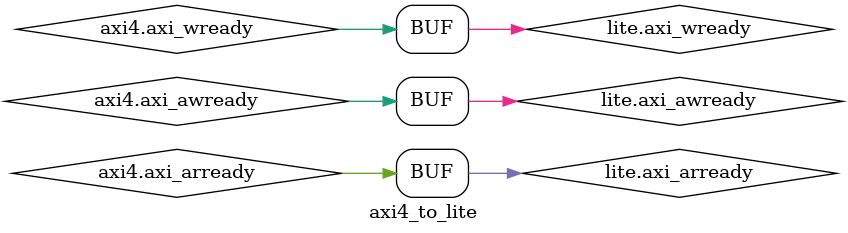
<source format=sv>
/**********************************************
_______________________________________ 
___________    Cook Darwin   __________    
_______________________________________
descript:
author : Cook.Darwin
Version: VERA.0.0
creaded: 2017/7/14 
madified:
***********************************************/
`timescale 1ns/1ps
module axi4_to_lite(
    axi_inf.slaver          axi4,
    axi_lite_inf.master     lite
);


assign lite.axi_awvalid     = axi4.axi_awvalid;
assign axi4.axi_awready     = lite.axi_awready;
assign lite.axi_awaddr      = axi4.axi_awaddr;
assign lite.axi_awlock      = axi4.axi_awlock;
assign lite.axi_wvalid      = axi4.axi_wvalid;
assign axi4.axi_wready      = lite.axi_wready;
assign lite.axi_wdata       = axi4.axi_wdata;
assign axi4.axi_bresp       = lite.axi_bresp;
assign axi4.axi_bvalid      = lite.axi_bvalid;
assign lite.axi_bready      = axi4.axi_bready;
assign lite.axi_arvalid     = axi4.axi_arvalid;
assign axi4.axi_arready     = lite.axi_arready;
assign lite.axi_araddr      = axi4.axi_araddr;
assign lite.axi_arlock      = axi4.axi_arlock;
assign axi4.axi_rvalid      = lite.axi_rvalid;
assign lite.axi_rready      = axi4.axi_rready;
assign axi4.axi_rdata       = lite.axi_rdata;

endmodule

</source>
